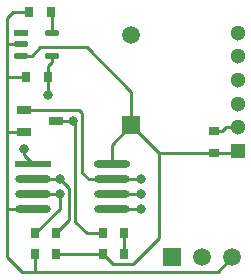
<source format=gtl>
G04 Layer_Physical_Order=1*
G04 Layer_Color=255*
%FSTAX42Y42*%
%MOMM*%
G71*
G01*
G75*
%ADD10R,0.95X0.80*%
%ADD11R,0.80X0.95*%
%ADD12O,1.20X0.55*%
%ADD13R,1.20X0.55*%
%ADD14R,1.20X0.65*%
%ADD15O,3.05X0.60*%
%ADD16R,3.05X0.60*%
%ADD17O,3.06X0.60*%
%ADD18C,0.25*%
%ADD19C,1.30*%
%ADD20R,1.30X1.30*%
%ADD21C,1.50*%
%ADD22R,1.50X1.50*%
%ADD23R,1.50X1.50*%
%ADD24C,0.81*%
D10*
X025828Y042529D02*
D03*
Y042709D02*
D03*
D11*
X024263Y043719D02*
D03*
X024443D02*
D03*
X024418Y043169D02*
D03*
X024238D02*
D03*
X024493Y041669D02*
D03*
X024313D02*
D03*
X024493Y041844D02*
D03*
X024313D02*
D03*
X024888Y041669D02*
D03*
X025068D02*
D03*
X024888Y041844D02*
D03*
X025068D02*
D03*
D12*
X024458Y043539D02*
D03*
Y043349D02*
D03*
X024196Y043444D02*
D03*
Y043349D02*
D03*
D13*
Y043539D02*
D03*
D14*
X024221Y042699D02*
D03*
Y042889D02*
D03*
X024486Y042794D02*
D03*
D15*
X02496Y04218D02*
D03*
Y042307D02*
D03*
X024296Y042053D02*
D03*
Y04218D02*
D03*
Y042307D02*
D03*
X02496Y042053D02*
D03*
D16*
X024296Y042434D02*
D03*
D17*
X02496D02*
D03*
D18*
X025928Y042744D02*
X026028D01*
X025893Y042709D02*
X025928Y042744D01*
X025828Y042709D02*
X025893D01*
X024128Y043719D02*
X024263D01*
X024078Y043669D02*
X024128Y043719D01*
X024078Y042694D02*
Y043169D01*
X024238D01*
X024221Y042509D02*
X024296Y042434D01*
X024221Y042509D02*
Y042559D01*
X024871Y041669D02*
X02488Y04166D01*
X024971Y041586D02*
X02514D01*
X024888Y041669D02*
X024971Y041586D01*
X02514D02*
X025362Y041808D01*
X024493Y041669D02*
X024871D01*
X025362Y041808D02*
Y042529D01*
X025068Y041652D02*
X025068Y041652D01*
X025068Y041652D02*
Y041844D01*
X024653Y041944D02*
Y042776D01*
Y041944D02*
X024753Y041844D01*
X024888D01*
X024636Y042794D02*
X024653Y042776D01*
X024221Y042889D02*
X024683D01*
X024712Y04236D02*
X024765Y042307D01*
X024712Y04236D02*
Y04286D01*
X024683Y042889D02*
X024712Y04286D01*
X024303Y041519D02*
X025857D01*
X024203D02*
X024303D01*
X024313Y041529D01*
Y041669D01*
X024493Y041844D02*
X024603Y041954D01*
Y042225D01*
X024521Y042307D02*
X024603Y042225D01*
X024521Y042052D02*
Y04218D01*
X024313Y041844D02*
X024521Y042052D01*
X024486Y042794D02*
X024636D01*
X02496Y042053D02*
X02521D01*
X02496Y04218D02*
X02521D01*
X02496Y042307D02*
X02521D01*
X024296Y04218D02*
X024521D01*
X024296Y042307D02*
X024521D01*
X024083Y042699D02*
X024221D01*
X024078Y042694D02*
X024083Y042699D01*
X024765Y042307D02*
X02496D01*
X024418Y043019D02*
Y043169D01*
X024078Y041644D02*
X024203Y041519D01*
X02496Y042595D02*
X025128Y042763D01*
X02496Y042434D02*
Y042595D01*
X025128Y042763D02*
X025362Y042529D01*
X025828D01*
X026013D02*
X026028Y042544D01*
X025828Y042529D02*
X026013D01*
X025128Y042763D02*
Y043044D01*
X024353Y043419D02*
X024753D01*
X025128Y043044D01*
X024283Y043349D02*
X024353Y043419D01*
X024196Y043349D02*
X024283D01*
X024078Y042044D02*
Y042694D01*
Y041644D02*
Y042044D01*
X024088Y042053D01*
X024296D01*
X025857Y041519D02*
X025982Y041644D01*
X024078Y043449D02*
Y043669D01*
Y043169D02*
Y043449D01*
X024083Y043444D01*
X024196D01*
X024458Y043299D02*
Y043349D01*
X024418Y043259D02*
X024458Y043299D01*
X024418Y043169D02*
Y043259D01*
X024443Y043719D02*
X024458Y043704D01*
Y043539D02*
Y043704D01*
D19*
X026028Y043544D02*
D03*
Y043344D02*
D03*
Y043144D02*
D03*
Y042744D02*
D03*
Y042944D02*
D03*
D20*
Y042544D02*
D03*
D21*
X025128Y043525D02*
D03*
X025728Y041644D02*
D03*
X025982D02*
D03*
D22*
X025128Y042763D02*
D03*
D23*
X025474Y041644D02*
D03*
D24*
X02521Y042307D02*
D03*
X024521D02*
D03*
X024418Y043019D02*
D03*
X024521Y04218D02*
D03*
X024636Y042794D02*
D03*
X024221Y042559D02*
D03*
X02521Y04218D02*
D03*
Y042053D02*
D03*
M02*

</source>
